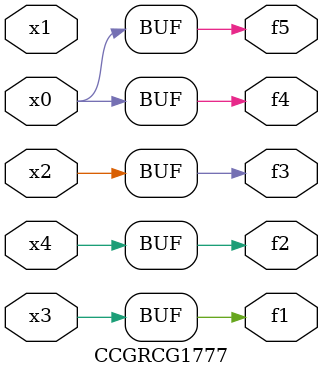
<source format=v>
module CCGRCG1777(
	input x0, x1, x2, x3, x4,
	output f1, f2, f3, f4, f5
);
	assign f1 = x3;
	assign f2 = x4;
	assign f3 = x2;
	assign f4 = x0;
	assign f5 = x0;
endmodule

</source>
